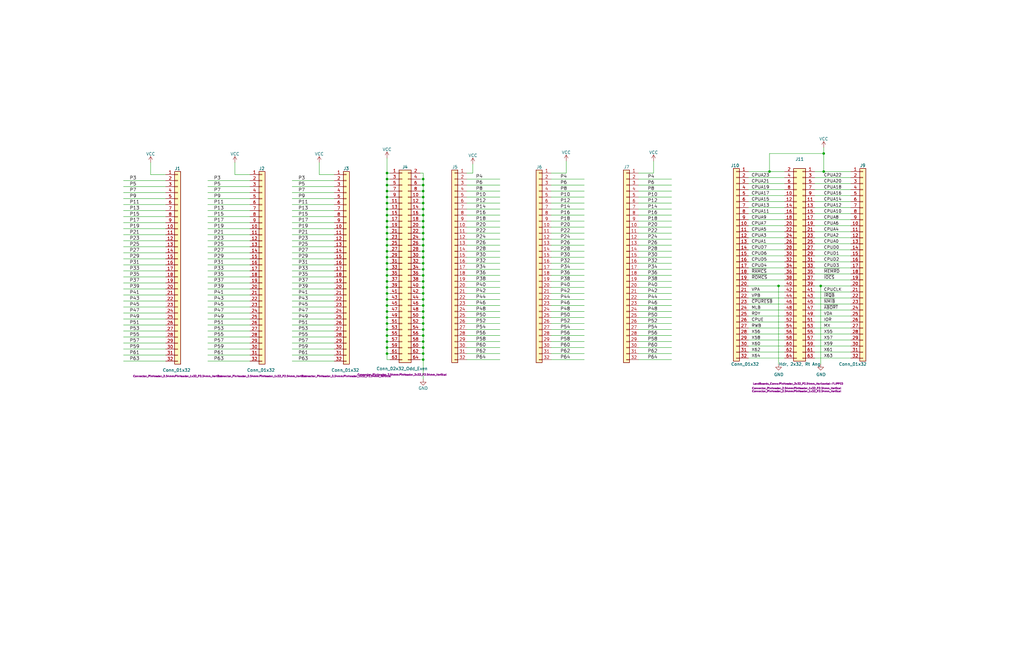
<source format=kicad_sch>
(kicad_sch (version 20230121) (generator eeschema)
  (paper "B")
  (title_block (title "ITX-65C816") (date "2022-08-30") (company "land-boards.com") (comment 1 "65C816 CPU CARD"))
  (lib_symbols
    (symbol "Connector_Generic:Conn_01x32" (pin_names (offset 1.016) hide)
      (property "Reference" "J" (at 0 40.64 0))
      (property "Value" "Conn_01x32" (at 0 -43.18 0))
      (symbol "Conn_01x32_1_1"
        (pin passive line (at -5.08 38.1 0) (length 3.81) (name "Pin_1") (number "1"))
        (pin passive line (at -5.08 15.24 0) (length 3.81) (name "Pin_10") (number "10"))
        (pin passive line (at -5.08 12.7 0) (length 3.81) (name "Pin_11") (number "11"))
        (pin passive line (at -5.08 10.16 0) (length 3.81) (name "Pin_12") (number "12"))
        (pin passive line (at -5.08 7.62 0) (length 3.81) (name "Pin_13") (number "13"))
        (pin passive line (at -5.08 5.08 0) (length 3.81) (name "Pin_14") (number "14"))
        (pin passive line (at -5.08 2.54 0) (length 3.81) (name "Pin_15") (number "15"))
        (pin passive line (at -5.08 0 0) (length 3.81) (name "Pin_16") (number "16"))
        (pin passive line (at -5.08 -2.54 0) (length 3.81) (name "Pin_17") (number "17"))
        (pin passive line (at -5.08 -5.08 0) (length 3.81) (name "Pin_18") (number "18"))
        (pin passive line (at -5.08 -7.62 0) (length 3.81) (name "Pin_19") (number "19"))
        (pin passive line (at -5.08 35.56 0) (length 3.81) (name "Pin_2") (number "2"))
        (pin passive line (at -5.08 -10.16 0) (length 3.81) (name "Pin_20") (number "20"))
        (pin passive line (at -5.08 -12.7 0) (length 3.81) (name "Pin_21") (number "21"))
        (pin passive line (at -5.08 -15.24 0) (length 3.81) (name "Pin_22") (number "22"))
        (pin passive line (at -5.08 -17.78 0) (length 3.81) (name "Pin_23") (number "23"))
        (pin passive line (at -5.08 -20.32 0) (length 3.81) (name "Pin_24") (number "24"))
        (pin passive line (at -5.08 -22.86 0) (length 3.81) (name "Pin_25") (number "25"))
        (pin passive line (at -5.08 -25.4 0) (length 3.81) (name "Pin_26") (number "26"))
        (pin passive line (at -5.08 -27.94 0) (length 3.81) (name "Pin_27") (number "27"))
        (pin passive line (at -5.08 -30.48 0) (length 3.81) (name "Pin_28") (number "28"))
        (pin passive line (at -5.08 -33.02 0) (length 3.81) (name "Pin_29") (number "29"))
        (pin passive line (at -5.08 33.02 0) (length 3.81) (name "Pin_3") (number "3"))
        (pin passive line (at -5.08 -35.56 0) (length 3.81) (name "Pin_30") (number "30"))
        (pin passive line (at -5.08 -38.1 0) (length 3.81) (name "Pin_31") (number "31"))
        (pin passive line (at -5.08 -40.64 0) (length 3.81) (name "Pin_32") (number "32"))
        (pin passive line (at -5.08 30.48 0) (length 3.81) (name "Pin_4") (number "4"))
        (pin passive line (at -5.08 27.94 0) (length 3.81) (name "Pin_5") (number "5"))
        (pin passive line (at -5.08 25.4 0) (length 3.81) (name "Pin_6") (number "6"))
        (pin passive line (at -5.08 22.86 0) (length 3.81) (name "Pin_7") (number "7"))
        (pin passive line (at -5.08 20.32 0) (length 3.81) (name "Pin_8") (number "8"))
        (pin passive line (at -5.08 17.78 0) (length 3.81) (name "Pin_9") (number "9"))
      )
    )
    (symbol "Connector_Generic:Conn_02x32_Odd_Even" (pin_names (offset 1.016) hide)
      (property "Reference" "J" (at 1.27 40.64 0))
      (property "Value" "Conn_02x32_Odd_Even" (at 1.27 -43.18 0))
      (symbol "Conn_02x32_Odd_Even_1_1"
        (pin passive line (at -5.08 38.1 0) (length 3.81) (name "Pin_1") (number "1"))
        (pin passive line (at 7.62 27.94 180) (length 3.81) (name "Pin_10") (number "10"))
        (pin passive line (at -5.08 25.4 0) (length 3.81) (name "Pin_11") (number "11"))
        (pin passive line (at 7.62 25.4 180) (length 3.81) (name "Pin_12") (number "12"))
        (pin passive line (at -5.08 22.86 0) (length 3.81) (name "Pin_13") (number "13"))
        (pin passive line (at 7.62 22.86 180) (length 3.81) (name "Pin_14") (number "14"))
        (pin passive line (at -5.08 20.32 0) (length 3.81) (name "Pin_15") (number "15"))
        (pin passive line (at 7.62 20.32 180) (length 3.81) (name "Pin_16") (number "16"))
        (pin passive line (at -5.08 17.78 0) (length 3.81) (name "Pin_17") (number "17"))
        (pin passive line (at 7.62 17.78 180) (length 3.81) (name "Pin_18") (number "18"))
        (pin passive line (at -5.08 15.24 0) (length 3.81) (name "Pin_19") (number "19"))
        (pin passive line (at 7.62 38.1 180) (length 3.81) (name "Pin_2") (number "2"))
        (pin passive line (at 7.62 15.24 180) (length 3.81) (name "Pin_20") (number "20"))
        (pin passive line (at -5.08 12.7 0) (length 3.81) (name "Pin_21") (number "21"))
        (pin passive line (at 7.62 12.7 180) (length 3.81) (name "Pin_22") (number "22"))
        (pin passive line (at -5.08 10.16 0) (length 3.81) (name "Pin_23") (number "23"))
        (pin passive line (at 7.62 10.16 180) (length 3.81) (name "Pin_24") (number "24"))
        (pin passive line (at -5.08 7.62 0) (length 3.81) (name "Pin_25") (number "25"))
        (pin passive line (at 7.62 7.62 180) (length 3.81) (name "Pin_26") (number "26"))
        (pin passive line (at -5.08 5.08 0) (length 3.81) (name "Pin_27") (number "27"))
        (pin passive line (at 7.62 5.08 180) (length 3.81) (name "Pin_28") (number "28"))
        (pin passive line (at -5.08 2.54 0) (length 3.81) (name "Pin_29") (number "29"))
        (pin passive line (at -5.08 35.56 0) (length 3.81) (name "Pin_3") (number "3"))
        (pin passive line (at 7.62 2.54 180) (length 3.81) (name "Pin_30") (number "30"))
        (pin passive line (at -5.08 0 0) (length 3.81) (name "Pin_31") (number "31"))
        (pin passive line (at 7.62 0 180) (length 3.81) (name "Pin_32") (number "32"))
        (pin passive line (at -5.08 -2.54 0) (length 3.81) (name "Pin_33") (number "33"))
        (pin passive line (at 7.62 -2.54 180) (length 3.81) (name "Pin_34") (number "34"))
        (pin passive line (at -5.08 -5.08 0) (length 3.81) (name "Pin_35") (number "35"))
        (pin passive line (at 7.62 -5.08 180) (length 3.81) (name "Pin_36") (number "36"))
        (pin passive line (at -5.08 -7.62 0) (length 3.81) (name "Pin_37") (number "37"))
        (pin passive line (at 7.62 -7.62 180) (length 3.81) (name "Pin_38") (number "38"))
        (pin passive line (at -5.08 -10.16 0) (length 3.81) (name "Pin_39") (number "39"))
        (pin passive line (at 7.62 35.56 180) (length 3.81) (name "Pin_4") (number "4"))
        (pin passive line (at 7.62 -10.16 180) (length 3.81) (name "Pin_40") (number "40"))
        (pin passive line (at -5.08 -12.7 0) (length 3.81) (name "Pin_41") (number "41"))
        (pin passive line (at 7.62 -12.7 180) (length 3.81) (name "Pin_42") (number "42"))
        (pin passive line (at -5.08 -15.24 0) (length 3.81) (name "Pin_43") (number "43"))
        (pin passive line (at 7.62 -15.24 180) (length 3.81) (name "Pin_44") (number "44"))
        (pin passive line (at -5.08 -17.78 0) (length 3.81) (name "Pin_45") (number "45"))
        (pin passive line (at 7.62 -17.78 180) (length 3.81) (name "Pin_46") (number "46"))
        (pin passive line (at -5.08 -20.32 0) (length 3.81) (name "Pin_47") (number "47"))
        (pin passive line (at 7.62 -20.32 180) (length 3.81) (name "Pin_48") (number "48"))
        (pin passive line (at -5.08 -22.86 0) (length 3.81) (name "Pin_49") (number "49"))
        (pin passive line (at -5.08 33.02 0) (length 3.81) (name "Pin_5") (number "5"))
        (pin passive line (at 7.62 -22.86 180) (length 3.81) (name "Pin_50") (number "50"))
        (pin passive line (at -5.08 -25.4 0) (length 3.81) (name "Pin_51") (number "51"))
        (pin passive line (at 7.62 -25.4 180) (length 3.81) (name "Pin_52") (number "52"))
        (pin passive line (at -5.08 -27.94 0) (length 3.81) (name "Pin_53") (number "53"))
        (pin passive line (at 7.62 -27.94 180) (length 3.81) (name "Pin_54") (number "54"))
        (pin passive line (at -5.08 -30.48 0) (length 3.81) (name "Pin_55") (number "55"))
        (pin passive line (at 7.62 -30.48 180) (length 3.81) (name "Pin_56") (number "56"))
        (pin passive line (at -5.08 -33.02 0) (length 3.81) (name "Pin_57") (number "57"))
        (pin passive line (at 7.62 -33.02 180) (length 3.81) (name "Pin_58") (number "58"))
        (pin passive line (at -5.08 -35.56 0) (length 3.81) (name "Pin_59") (number "59"))
        (pin passive line (at 7.62 33.02 180) (length 3.81) (name "Pin_6") (number "6"))
        (pin passive line (at 7.62 -35.56 180) (length 3.81) (name "Pin_60") (number "60"))
        (pin passive line (at -5.08 -38.1 0) (length 3.81) (name "Pin_61") (number "61"))
        (pin passive line (at 7.62 -38.1 180) (length 3.81) (name "Pin_62") (number "62"))
        (pin passive line (at -5.08 -40.64 0) (length 3.81) (name "Pin_63") (number "63"))
        (pin passive line (at 7.62 -40.64 180) (length 3.81) (name "Pin_64") (number "64"))
        (pin passive line (at -5.08 30.48 0) (length 3.81) (name "Pin_7") (number "7"))
        (pin passive line (at 7.62 30.48 180) (length 3.81) (name "Pin_8") (number "8"))
        (pin passive line (at -5.08 27.94 0) (length 3.81) (name "Pin_9") (number "9"))
      )
    )
    (symbol "power:GND" (power) (pin_names (offset 0))
      (property "Value" "GND" (at 0 -3.81 0))
      (symbol "GND_1_1"
        (pin power_in line (at 0 0 270) (length 0) hide (name "GND") (number "1"))
      )
    )
    (symbol "power:VCC" (power) (pin_names (offset 0))
      (property "Value" "VCC" (at 0 3.81 0))
      (symbol "VCC_1_1"
        (pin power_in line (at 0 0 90) (length 0) hide (name "VCC") (number "1"))
      )
    )
  )
  (junction (at 163.195 141.605))
  (junction (at 328.295 120.65))
  (junction (at 163.195 149.225))
  (junction (at 163.195 121.285))
  (junction (at 178.435 90.805))
  (junction (at 163.195 136.525))
  (junction (at 178.435 128.905))
  (junction (at 178.435 103.505))
  (junction (at 163.195 83.185))
  (junction (at 178.435 95.885))
  (junction (at 163.195 144.145))
  (junction (at 163.195 106.045))
  (junction (at 178.435 133.985))
  (junction (at 163.195 80.645))
  (junction (at 163.195 75.565))
  (junction (at 163.195 126.365))
  (junction (at 163.195 139.065))
  (junction (at 163.195 98.425))
  (junction (at 163.195 128.905))
  (junction (at 163.195 111.125))
  (junction (at 163.195 116.205))
  (junction (at 163.195 100.965))
  (junction (at 178.435 85.725))
  (junction (at 178.435 131.445))
  (junction (at 163.195 85.725))
  (junction (at 178.435 139.065))
  (junction (at 163.195 108.585))
  (junction (at 178.435 123.825))
  (junction (at 178.435 149.225))
  (junction (at 178.435 100.965))
  (junction (at 163.195 113.665))
  (junction (at 346.075 120.65))
  (junction (at 163.195 103.505))
  (junction (at 178.435 98.425))
  (junction (at 178.435 78.105))
  (junction (at 178.435 93.345))
  (junction (at 178.435 111.125))
  (junction (at 178.435 121.285))
  (junction (at 178.435 118.745))
  (junction (at 178.435 106.045))
  (junction (at 178.435 113.665))
  (junction (at 163.195 95.885))
  (junction (at 178.435 116.205))
  (junction (at 178.435 126.365))
  (junction (at 347.345 64.77))
  (junction (at 163.195 133.985))
  (junction (at 178.435 141.605))
  (junction (at 163.195 131.445))
  (junction (at 163.195 88.265))
  (junction (at 178.435 151.765))
  (junction (at 163.195 93.345))
  (junction (at 178.435 146.685))
  (junction (at 178.435 144.145))
  (junction (at 163.195 118.745))
  (junction (at 163.195 90.805))
  (junction (at 178.435 83.185))
  (junction (at 163.195 123.825))
  (junction (at 163.195 146.685))
  (junction (at 178.435 136.525))
  (junction (at 347.345 72.39))
  (junction (at 163.195 78.105))
  (junction (at 178.435 88.265))
  (junction (at 178.435 75.565))
  (junction (at 178.435 80.645))
  (junction (at 178.435 108.585))
  (junction (at 163.195 73.025))
  (junction (at 324.485 72.39))
  (wire (pts (xy 315.595 107.95) (xy 330.835 107.95)))
  (wire (pts (xy 123.19 91.44) (xy 140.97 91.44)))
  (wire (pts (xy 283.21 113.665) (xy 269.24 113.665)))
  (wire (pts (xy 178.435 146.685) (xy 178.435 149.225)))
  (wire (pts (xy 343.535 135.89) (xy 358.775 135.89)))
  (wire (pts (xy 134.62 73.66) (xy 134.62 68.58)))
  (wire (pts (xy 177.165 123.825) (xy 178.435 123.825)))
  (wire (pts (xy 178.435 80.645) (xy 178.435 83.185)))
  (wire (pts (xy 163.195 146.685) (xy 163.195 149.225)))
  (wire (pts (xy 178.435 98.425) (xy 178.435 100.965)))
  (wire (pts (xy 246.38 139.065) (xy 232.41 139.065)))
  (wire (pts (xy 177.165 85.725) (xy 178.435 85.725)))
  (wire (pts (xy 315.595 97.79) (xy 330.835 97.79)))
  (wire (pts (xy 140.97 101.6) (xy 123.19 101.6)))
  (wire (pts (xy 87.63 81.28) (xy 105.41 81.28)))
  (wire (pts (xy 63.5 68.58) (xy 63.5 73.66)))
  (wire (pts (xy 140.97 121.92) (xy 123.19 121.92)))
  (wire (pts (xy 210.82 141.605) (xy 196.85 141.605)))
  (wire (pts (xy 87.63 76.2) (xy 105.41 76.2)))
  (wire (pts (xy 69.85 109.22) (xy 52.07 109.22)))
  (wire (pts (xy 210.82 139.065) (xy 196.85 139.065)))
  (wire (pts (xy 232.41 78.105) (xy 246.38 78.105)))
  (wire (pts (xy 343.535 80.01) (xy 358.775 80.01)))
  (wire (pts (xy 105.41 149.86) (xy 87.63 149.86)))
  (wire (pts (xy 105.41 121.92) (xy 87.63 121.92)))
  (wire (pts (xy 140.97 134.62) (xy 123.19 134.62)))
  (wire (pts (xy 210.82 116.205) (xy 196.85 116.205)))
  (wire (pts (xy 343.535 120.65) (xy 346.075 120.65)))
  (wire (pts (xy 123.19 86.36) (xy 140.97 86.36)))
  (wire (pts (xy 105.41 134.62) (xy 87.63 134.62)))
  (wire (pts (xy 63.5 73.66) (xy 69.85 73.66)))
  (wire (pts (xy 163.195 118.745) (xy 164.465 118.745)))
  (wire (pts (xy 163.195 141.605) (xy 164.465 141.605)))
  (wire (pts (xy 315.595 92.71) (xy 330.835 92.71)))
  (wire (pts (xy 196.85 80.645) (xy 210.82 80.645)))
  (wire (pts (xy 315.595 95.25) (xy 330.835 95.25)))
  (wire (pts (xy 269.24 90.805) (xy 283.21 90.805)))
  (wire (pts (xy 163.195 100.965) (xy 164.465 100.965)))
  (wire (pts (xy 178.435 128.905) (xy 178.435 131.445)))
  (wire (pts (xy 178.435 151.765) (xy 178.435 160.02)))
  (wire (pts (xy 315.595 128.27) (xy 330.835 128.27)))
  (wire (pts (xy 178.435 131.445) (xy 178.435 133.985)))
  (wire (pts (xy 283.21 118.745) (xy 269.24 118.745)))
  (wire (pts (xy 178.435 141.605) (xy 178.435 144.145)))
  (wire (pts (xy 163.195 83.185) (xy 164.465 83.185)))
  (wire (pts (xy 140.97 149.86) (xy 123.19 149.86)))
  (wire (pts (xy 283.21 146.685) (xy 269.24 146.685)))
  (wire (pts (xy 343.535 97.79) (xy 358.775 97.79)))
  (wire (pts (xy 163.195 108.585) (xy 163.195 111.125)))
  (wire (pts (xy 246.38 126.365) (xy 232.41 126.365)))
  (wire (pts (xy 163.195 123.825) (xy 164.465 123.825)))
  (wire (pts (xy 246.38 128.905) (xy 232.41 128.905)))
  (wire (pts (xy 123.19 81.28) (xy 140.97 81.28)))
  (wire (pts (xy 69.85 149.86) (xy 52.07 149.86)))
  (wire (pts (xy 163.195 139.065) (xy 163.195 141.605)))
  (wire (pts (xy 105.41 147.32) (xy 87.63 147.32)))
  (wire (pts (xy 163.195 144.145) (xy 164.465 144.145)))
  (wire (pts (xy 69.85 119.38) (xy 52.07 119.38)))
  (wire (pts (xy 343.535 148.59) (xy 358.775 148.59)))
  (wire (pts (xy 315.595 82.55) (xy 330.835 82.55)))
  (wire (pts (xy 163.195 111.125) (xy 163.195 113.665)))
  (wire (pts (xy 163.195 66.675) (xy 163.195 73.025)))
  (wire (pts (xy 210.82 144.145) (xy 196.85 144.145)))
  (wire (pts (xy 232.41 83.185) (xy 246.38 83.185)))
  (wire (pts (xy 315.595 130.81) (xy 330.835 130.81)))
  (wire (pts (xy 140.97 132.08) (xy 123.19 132.08)))
  (wire (pts (xy 163.195 73.025) (xy 164.465 73.025)))
  (wire (pts (xy 177.165 151.765) (xy 178.435 151.765)))
  (wire (pts (xy 177.165 80.645) (xy 178.435 80.645)))
  (wire (pts (xy 283.21 123.825) (xy 269.24 123.825)))
  (wire (pts (xy 210.82 98.425) (xy 196.85 98.425)))
  (wire (pts (xy 343.535 90.17) (xy 358.775 90.17)))
  (wire (pts (xy 196.85 73.025) (xy 199.39 73.025)))
  (wire (pts (xy 178.435 75.565) (xy 178.435 78.105)))
  (wire (pts (xy 178.435 103.505) (xy 178.435 106.045)))
  (wire (pts (xy 246.38 123.825) (xy 232.41 123.825)))
  (wire (pts (xy 163.195 123.825) (xy 163.195 126.365)))
  (wire (pts (xy 343.535 118.11) (xy 358.775 118.11)))
  (wire (pts (xy 347.345 72.39) (xy 358.775 72.39)))
  (wire (pts (xy 178.435 126.365) (xy 178.435 128.905)))
  (wire (pts (xy 343.535 105.41) (xy 358.775 105.41)))
  (wire (pts (xy 210.82 136.525) (xy 196.85 136.525)))
  (wire (pts (xy 199.39 73.025) (xy 199.39 69.215)))
  (wire (pts (xy 52.07 76.2) (xy 69.85 76.2)))
  (wire (pts (xy 123.19 88.9) (xy 140.97 88.9)))
  (wire (pts (xy 87.63 86.36) (xy 105.41 86.36)))
  (wire (pts (xy 99.06 73.66) (xy 99.06 68.58)))
  (wire (pts (xy 140.97 111.76) (xy 123.19 111.76)))
  (wire (pts (xy 177.165 139.065) (xy 178.435 139.065)))
  (wire (pts (xy 315.595 135.89) (xy 330.835 135.89)))
  (wire (pts (xy 163.195 73.025) (xy 163.195 75.565)))
  (wire (pts (xy 178.435 133.985) (xy 178.435 136.525)))
  (wire (pts (xy 163.195 98.425) (xy 164.465 98.425)))
  (wire (pts (xy 269.24 80.645) (xy 283.21 80.645)))
  (wire (pts (xy 315.595 123.19) (xy 330.835 123.19)))
  (wire (pts (xy 246.38 100.965) (xy 232.41 100.965)))
  (wire (pts (xy 315.595 125.73) (xy 330.835 125.73)))
  (wire (pts (xy 140.97 127) (xy 123.19 127)))
  (wire (pts (xy 163.195 88.265) (xy 163.195 90.805)))
  (wire (pts (xy 177.165 83.185) (xy 178.435 83.185)))
  (wire (pts (xy 232.41 73.025) (xy 238.76 73.025)))
  (wire (pts (xy 196.85 75.565) (xy 210.82 75.565)))
  (wire (pts (xy 163.195 113.665) (xy 163.195 116.205)))
  (wire (pts (xy 163.195 85.725) (xy 163.195 88.265)))
  (wire (pts (xy 163.195 151.765) (xy 164.465 151.765)))
  (wire (pts (xy 343.535 128.27) (xy 358.775 128.27)))
  (wire (pts (xy 246.38 106.045) (xy 232.41 106.045)))
  (wire (pts (xy 232.41 80.645) (xy 246.38 80.645)))
  (wire (pts (xy 196.85 88.265) (xy 210.82 88.265)))
  (wire (pts (xy 105.41 139.7) (xy 87.63 139.7)))
  (wire (pts (xy 315.595 90.17) (xy 330.835 90.17)))
  (wire (pts (xy 178.435 116.205) (xy 178.435 118.745)))
  (wire (pts (xy 343.535 85.09) (xy 358.775 85.09)))
  (wire (pts (xy 163.195 126.365) (xy 163.195 128.905)))
  (wire (pts (xy 52.07 93.98) (xy 69.85 93.98)))
  (wire (pts (xy 232.41 88.265) (xy 246.38 88.265)))
  (wire (pts (xy 140.97 109.22) (xy 123.19 109.22)))
  (wire (pts (xy 163.195 88.265) (xy 164.465 88.265)))
  (wire (pts (xy 269.24 73.025) (xy 275.59 73.025)))
  (wire (pts (xy 140.97 137.16) (xy 123.19 137.16)))
  (wire (pts (xy 343.535 146.05) (xy 358.775 146.05)))
  (wire (pts (xy 232.41 95.885) (xy 246.38 95.885)))
  (wire (pts (xy 123.19 78.74) (xy 140.97 78.74)))
  (wire (pts (xy 177.165 121.285) (xy 178.435 121.285)))
  (wire (pts (xy 178.435 73.025) (xy 178.435 75.565)))
  (wire (pts (xy 163.195 103.505) (xy 164.465 103.505)))
  (wire (pts (xy 69.85 142.24) (xy 52.07 142.24)))
  (wire (pts (xy 283.21 111.125) (xy 269.24 111.125)))
  (wire (pts (xy 246.38 136.525) (xy 232.41 136.525)))
  (wire (pts (xy 163.195 121.285) (xy 164.465 121.285)))
  (wire (pts (xy 87.63 88.9) (xy 105.41 88.9)))
  (wire (pts (xy 69.85 106.68) (xy 52.07 106.68)))
  (wire (pts (xy 269.24 88.265) (xy 283.21 88.265)))
  (wire (pts (xy 123.19 96.52) (xy 140.97 96.52)))
  (wire (pts (xy 177.165 136.525) (xy 178.435 136.525)))
  (wire (pts (xy 246.38 149.225) (xy 232.41 149.225)))
  (wire (pts (xy 343.535 130.81) (xy 358.775 130.81)))
  (wire (pts (xy 246.38 108.585) (xy 232.41 108.585)))
  (wire (pts (xy 315.595 133.35) (xy 330.835 133.35)))
  (wire (pts (xy 140.97 116.84) (xy 123.19 116.84)))
  (wire (pts (xy 163.195 121.285) (xy 163.195 123.825)))
  (wire (pts (xy 283.21 121.285) (xy 269.24 121.285)))
  (wire (pts (xy 178.435 149.225) (xy 178.435 151.765)))
  (wire (pts (xy 210.82 103.505) (xy 196.85 103.505)))
  (wire (pts (xy 163.195 118.745) (xy 163.195 121.285)))
  (wire (pts (xy 163.195 149.225) (xy 163.195 151.765)))
  (wire (pts (xy 315.595 113.03) (xy 330.835 113.03)))
  (wire (pts (xy 315.595 140.97) (xy 330.835 140.97)))
  (wire (pts (xy 163.195 113.665) (xy 164.465 113.665)))
  (wire (pts (xy 140.97 147.32) (xy 123.19 147.32)))
  (wire (pts (xy 324.485 64.77) (xy 324.485 72.39)))
  (wire (pts (xy 52.07 78.74) (xy 69.85 78.74)))
  (wire (pts (xy 163.195 95.885) (xy 163.195 98.425)))
  (wire (pts (xy 283.21 128.905) (xy 269.24 128.905)))
  (wire (pts (xy 178.435 95.885) (xy 178.435 98.425)))
  (wire (pts (xy 343.535 143.51) (xy 358.775 143.51)))
  (wire (pts (xy 210.82 121.285) (xy 196.85 121.285)))
  (wire (pts (xy 232.41 93.345) (xy 246.38 93.345)))
  (wire (pts (xy 105.41 127) (xy 87.63 127)))
  (wire (pts (xy 210.82 111.125) (xy 196.85 111.125)))
  (wire (pts (xy 177.165 113.665) (xy 178.435 113.665)))
  (wire (pts (xy 163.195 98.425) (xy 163.195 100.965)))
  (wire (pts (xy 87.63 93.98) (xy 105.41 93.98)))
  (wire (pts (xy 283.21 126.365) (xy 269.24 126.365)))
  (wire (pts (xy 163.195 116.205) (xy 164.465 116.205)))
  (wire (pts (xy 163.195 131.445) (xy 164.465 131.445)))
  (wire (pts (xy 105.41 129.54) (xy 87.63 129.54)))
  (wire (pts (xy 178.435 136.525) (xy 178.435 139.065)))
  (wire (pts (xy 196.85 83.185) (xy 210.82 83.185)))
  (wire (pts (xy 283.21 108.585) (xy 269.24 108.585)))
  (wire (pts (xy 177.165 93.345) (xy 178.435 93.345)))
  (wire (pts (xy 283.21 139.065) (xy 269.24 139.065)))
  (wire (pts (xy 315.595 120.65) (xy 328.295 120.65)))
  (wire (pts (xy 163.195 80.645) (xy 163.195 83.185)))
  (wire (pts (xy 283.21 141.605) (xy 269.24 141.605)))
  (wire (pts (xy 177.165 144.145) (xy 178.435 144.145)))
  (wire (pts (xy 105.41 106.68) (xy 87.63 106.68)))
  (wire (pts (xy 163.195 78.105) (xy 164.465 78.105)))
  (wire (pts (xy 163.195 75.565) (xy 164.465 75.565)))
  (wire (pts (xy 163.195 146.685) (xy 164.465 146.685)))
  (wire (pts (xy 343.535 82.55) (xy 358.775 82.55)))
  (wire (pts (xy 269.24 95.885) (xy 283.21 95.885)))
  (wire (pts (xy 69.85 147.32) (xy 52.07 147.32)))
  (wire (pts (xy 343.535 138.43) (xy 358.775 138.43)))
  (wire (pts (xy 178.435 118.745) (xy 178.435 121.285)))
  (wire (pts (xy 343.535 92.71) (xy 358.775 92.71)))
  (wire (pts (xy 178.435 78.105) (xy 178.435 80.645)))
  (wire (pts (xy 328.295 120.65) (xy 328.295 153.67)))
  (wire (pts (xy 347.345 64.77) (xy 324.485 64.77)))
  (wire (pts (xy 105.41 104.14) (xy 87.63 104.14)))
  (wire (pts (xy 163.195 136.525) (xy 163.195 139.065)))
  (wire (pts (xy 140.97 99.06) (xy 123.19 99.06)))
  (wire (pts (xy 69.85 111.76) (xy 52.07 111.76)))
  (wire (pts (xy 177.165 146.685) (xy 178.435 146.685)))
  (wire (pts (xy 123.19 83.82) (xy 140.97 83.82)))
  (wire (pts (xy 69.85 124.46) (xy 52.07 124.46)))
  (wire (pts (xy 87.63 78.74) (xy 105.41 78.74)))
  (wire (pts (xy 105.41 101.6) (xy 87.63 101.6)))
  (wire (pts (xy 177.165 73.025) (xy 178.435 73.025)))
  (wire (pts (xy 163.195 90.805) (xy 164.465 90.805)))
  (wire (pts (xy 346.075 120.65) (xy 358.775 120.65)))
  (wire (pts (xy 177.165 131.445) (xy 178.435 131.445)))
  (wire (pts (xy 315.595 115.57) (xy 330.835 115.57)))
  (wire (pts (xy 315.595 118.11) (xy 330.835 118.11)))
  (wire (pts (xy 163.195 106.045) (xy 163.195 108.585)))
  (wire (pts (xy 283.21 116.205) (xy 269.24 116.205)))
  (wire (pts (xy 210.82 149.225) (xy 196.85 149.225)))
  (wire (pts (xy 315.595 138.43) (xy 330.835 138.43)))
  (wire (pts (xy 275.59 73.025) (xy 275.59 67.945)))
  (wire (pts (xy 52.07 88.9) (xy 69.85 88.9)))
  (wire (pts (xy 140.97 106.68) (xy 123.19 106.68)))
  (wire (pts (xy 210.82 108.585) (xy 196.85 108.585)))
  (wire (pts (xy 163.195 128.905) (xy 164.465 128.905)))
  (wire (pts (xy 177.165 78.105) (xy 178.435 78.105)))
  (wire (pts (xy 283.21 131.445) (xy 269.24 131.445)))
  (wire (pts (xy 283.21 149.225) (xy 269.24 149.225)))
  (wire (pts (xy 196.85 90.805) (xy 210.82 90.805)))
  (wire (pts (xy 246.38 144.145) (xy 232.41 144.145)))
  (wire (pts (xy 163.195 83.185) (xy 163.195 85.725)))
  (wire (pts (xy 105.41 152.4) (xy 87.63 152.4)))
  (wire (pts (xy 163.195 131.445) (xy 163.195 133.985)))
  (wire (pts (xy 315.595 85.09) (xy 330.835 85.09)))
  (wire (pts (xy 315.595 72.39) (xy 324.485 72.39)))
  (wire (pts (xy 210.82 146.685) (xy 196.85 146.685)))
  (wire (pts (xy 343.535 140.97) (xy 358.775 140.97)))
  (wire (pts (xy 163.195 139.065) (xy 164.465 139.065)))
  (wire (pts (xy 163.195 90.805) (xy 163.195 93.345)))
  (wire (pts (xy 163.195 93.345) (xy 164.465 93.345)))
  (wire (pts (xy 283.21 136.525) (xy 269.24 136.525)))
  (wire (pts (xy 177.165 128.905) (xy 178.435 128.905)))
  (wire (pts (xy 87.63 83.82) (xy 105.41 83.82)))
  (wire (pts (xy 210.82 106.045) (xy 196.85 106.045)))
  (wire (pts (xy 315.595 87.63) (xy 330.835 87.63)))
  (wire (pts (xy 177.165 100.965) (xy 178.435 100.965)))
  (wire (pts (xy 315.595 151.13) (xy 330.835 151.13)))
  (wire (pts (xy 343.535 151.13) (xy 358.775 151.13)))
  (wire (pts (xy 177.165 106.045) (xy 178.435 106.045)))
  (wire (pts (xy 315.595 146.05) (xy 330.835 146.05)))
  (wire (pts (xy 283.21 106.045) (xy 269.24 106.045)))
  (wire (pts (xy 178.435 100.965) (xy 178.435 103.505)))
  (wire (pts (xy 163.195 103.505) (xy 163.195 106.045)))
  (wire (pts (xy 210.82 100.965) (xy 196.85 100.965)))
  (wire (pts (xy 52.07 96.52) (xy 69.85 96.52)))
  (wire (pts (xy 177.165 103.505) (xy 178.435 103.505)))
  (wire (pts (xy 343.535 110.49) (xy 358.775 110.49)))
  (wire (pts (xy 163.195 85.725) (xy 164.465 85.725)))
  (wire (pts (xy 163.195 141.605) (xy 163.195 144.145)))
  (wire (pts (xy 140.97 144.78) (xy 123.19 144.78)))
  (wire (pts (xy 140.97 139.7) (xy 123.19 139.7)))
  (wire (pts (xy 283.21 133.985) (xy 269.24 133.985)))
  (wire (pts (xy 343.535 107.95) (xy 358.775 107.95)))
  (wire (pts (xy 163.195 128.905) (xy 163.195 131.445)))
  (wire (pts (xy 105.41 132.08) (xy 87.63 132.08)))
  (wire (pts (xy 178.435 90.805) (xy 178.435 93.345)))
  (wire (pts (xy 163.195 133.985) (xy 163.195 136.525)))
  (wire (pts (xy 178.435 108.585) (xy 178.435 111.125)))
  (wire (pts (xy 178.435 83.185) (xy 178.435 85.725)))
  (wire (pts (xy 283.21 144.145) (xy 269.24 144.145)))
  (wire (pts (xy 52.07 86.36) (xy 69.85 86.36)))
  (wire (pts (xy 328.295 120.65) (xy 330.835 120.65)))
  (wire (pts (xy 177.165 98.425) (xy 178.435 98.425)))
  (wire (pts (xy 105.41 119.38) (xy 87.63 119.38)))
  (wire (pts (xy 315.595 105.41) (xy 330.835 105.41)))
  (wire (pts (xy 178.435 121.285) (xy 178.435 123.825)))
  (wire (pts (xy 177.165 149.225) (xy 178.435 149.225)))
  (wire (pts (xy 315.595 102.87) (xy 330.835 102.87)))
  (wire (pts (xy 343.535 72.39) (xy 347.345 72.39)))
  (wire (pts (xy 177.165 108.585) (xy 178.435 108.585)))
  (wire (pts (xy 178.435 144.145) (xy 178.435 146.685)))
  (wire (pts (xy 177.165 111.125) (xy 178.435 111.125)))
  (wire (pts (xy 196.85 78.105) (xy 210.82 78.105)))
  (wire (pts (xy 69.85 99.06) (xy 52.07 99.06)))
  (wire (pts (xy 123.19 76.2) (xy 140.97 76.2)))
  (wire (pts (xy 163.195 93.345) (xy 163.195 95.885)))
  (wire (pts (xy 269.24 78.105) (xy 283.21 78.105)))
  (wire (pts (xy 196.85 93.345) (xy 210.82 93.345)))
  (wire (pts (xy 177.165 133.985) (xy 178.435 133.985)))
  (wire (pts (xy 140.97 73.66) (xy 134.62 73.66)))
  (wire (pts (xy 105.41 111.76) (xy 87.63 111.76)))
  (wire (pts (xy 177.165 118.745) (xy 178.435 118.745)))
  (wire (pts (xy 238.76 67.945) (xy 238.76 73.025)))
  (wire (pts (xy 343.535 113.03) (xy 358.775 113.03)))
  (wire (pts (xy 163.195 136.525) (xy 164.465 136.525)))
  (wire (pts (xy 69.85 121.92) (xy 52.07 121.92)))
  (wire (pts (xy 210.82 118.745) (xy 196.85 118.745)))
  (wire (pts (xy 69.85 137.16) (xy 52.07 137.16)))
  (wire (pts (xy 178.435 85.725) (xy 178.435 88.265)))
  (wire (pts (xy 163.195 106.045) (xy 164.465 106.045)))
  (wire (pts (xy 283.21 100.965) (xy 269.24 100.965)))
  (wire (pts (xy 210.82 123.825) (xy 196.85 123.825)))
  (wire (pts (xy 140.97 114.3) (xy 123.19 114.3)))
  (wire (pts (xy 343.535 123.19) (xy 358.775 123.19)))
  (wire (pts (xy 52.07 81.28) (xy 69.85 81.28)))
  (wire (pts (xy 105.41 116.84) (xy 87.63 116.84)))
  (wire (pts (xy 246.38 111.125) (xy 232.41 111.125)))
  (wire (pts (xy 177.165 141.605) (xy 178.435 141.605)))
  (wire (pts (xy 163.195 95.885) (xy 164.465 95.885)))
  (wire (pts (xy 52.07 91.44) (xy 69.85 91.44)))
  (wire (pts (xy 269.24 93.345) (xy 283.21 93.345)))
  (wire (pts (xy 347.345 72.39) (xy 347.345 64.77)))
  (wire (pts (xy 210.82 151.765) (xy 196.85 151.765)))
  (wire (pts (xy 324.485 72.39) (xy 330.835 72.39)))
  (wire (pts (xy 163.195 133.985) (xy 164.465 133.985)))
  (wire (pts (xy 343.535 100.33) (xy 358.775 100.33)))
  (wire (pts (xy 140.97 152.4) (xy 123.19 152.4)))
  (wire (pts (xy 87.63 91.44) (xy 105.41 91.44)))
  (wire (pts (xy 343.535 77.47) (xy 358.775 77.47)))
  (wire (pts (xy 69.85 116.84) (xy 52.07 116.84)))
  (wire (pts (xy 232.41 75.565) (xy 246.38 75.565)))
  (wire (pts (xy 87.63 96.52) (xy 105.41 96.52)))
  (wire (pts (xy 315.595 100.33) (xy 330.835 100.33)))
  (wire (pts (xy 196.85 85.725) (xy 210.82 85.725)))
  (wire (pts (xy 232.41 85.725) (xy 246.38 85.725)))
  (wire (pts (xy 163.195 108.585) (xy 164.465 108.585)))
  (wire (pts (xy 246.38 131.445) (xy 232.41 131.445)))
  (wire (pts (xy 210.82 126.365) (xy 196.85 126.365)))
  (wire (pts (xy 210.82 131.445) (xy 196.85 131.445)))
  (wire (pts (xy 140.97 142.24) (xy 123.19 142.24)))
  (wire (pts (xy 140.97 124.46) (xy 123.19 124.46)))
  (wire (pts (xy 105.41 142.24) (xy 87.63 142.24)))
  (wire (pts (xy 105.41 73.66) (xy 99.06 73.66)))
  (wire (pts (xy 315.595 143.51) (xy 330.835 143.51)))
  (wire (pts (xy 69.85 134.62) (xy 52.07 134.62)))
  (wire (pts (xy 269.24 85.725) (xy 283.21 85.725)))
  (wire (pts (xy 210.82 133.985) (xy 196.85 133.985)))
  (wire (pts (xy 177.165 88.265) (xy 178.435 88.265)))
  (wire (pts (xy 246.38 151.765) (xy 232.41 151.765)))
  (wire (pts (xy 178.435 139.065) (xy 178.435 141.605)))
  (wire (pts (xy 123.19 93.98) (xy 140.97 93.98)))
  (wire (pts (xy 347.345 64.77) (xy 347.345 62.23)))
  (wire (pts (xy 196.85 95.885) (xy 210.82 95.885)))
  (wire (pts (xy 105.41 99.06) (xy 87.63 99.06)))
  (wire (pts (xy 163.195 126.365) (xy 164.465 126.365)))
  (wire (pts (xy 177.165 90.805) (xy 178.435 90.805)))
  (wire (pts (xy 105.41 124.46) (xy 87.63 124.46)))
  (wire (pts (xy 163.195 100.965) (xy 163.195 103.505)))
  (wire (pts (xy 163.195 80.645) (xy 164.465 80.645)))
  (wire (pts (xy 246.38 113.665) (xy 232.41 113.665)))
  (wire (pts (xy 140.97 104.14) (xy 123.19 104.14)))
  (wire (pts (xy 246.38 118.745) (xy 232.41 118.745)))
  (wire (pts (xy 52.07 83.82) (xy 69.85 83.82)))
  (wire (pts (xy 343.535 102.87) (xy 358.775 102.87)))
  (wire (pts (xy 163.195 144.145) (xy 163.195 146.685)))
  (wire (pts (xy 69.85 101.6) (xy 52.07 101.6)))
  (wire (pts (xy 178.435 123.825) (xy 178.435 126.365)))
  (wire (pts (xy 69.85 144.78) (xy 52.07 144.78)))
  (wire (pts (xy 178.435 106.045) (xy 178.435 108.585)))
  (wire (pts (xy 105.41 144.78) (xy 87.63 144.78)))
  (wire (pts (xy 315.595 110.49) (xy 330.835 110.49)))
  (wire (pts (xy 178.435 113.665) (xy 178.435 116.205)))
  (wire (pts (xy 343.535 95.25) (xy 358.775 95.25)))
  (wire (pts (xy 269.24 83.185) (xy 283.21 83.185)))
  (wire (pts (xy 246.38 141.605) (xy 232.41 141.605)))
  (wire (pts (xy 246.38 133.985) (xy 232.41 133.985)))
  (wire (pts (xy 69.85 132.08) (xy 52.07 132.08)))
  (wire (pts (xy 69.85 129.54) (xy 52.07 129.54)))
  (wire (pts (xy 177.165 75.565) (xy 178.435 75.565)))
  (wire (pts (xy 315.595 148.59) (xy 330.835 148.59)))
  (wire (pts (xy 315.595 77.47) (xy 330.835 77.47)))
  (wire (pts (xy 178.435 88.265) (xy 178.435 90.805)))
  (wire (pts (xy 140.97 129.54) (xy 123.19 129.54)))
  (wire (pts (xy 69.85 152.4) (xy 52.07 152.4)))
  (wire (pts (xy 269.24 75.565) (xy 283.21 75.565)))
  (wire (pts (xy 210.82 113.665) (xy 196.85 113.665)))
  (wire (pts (xy 343.535 74.93) (xy 358.775 74.93)))
  (wire (pts (xy 140.97 119.38) (xy 123.19 119.38)))
  (wire (pts (xy 346.075 120.65) (xy 346.075 153.67)))
  (wire (pts (xy 283.21 98.425) (xy 269.24 98.425)))
  (wire (pts (xy 343.535 115.57) (xy 358.775 115.57)))
  (wire (pts (xy 343.535 87.63) (xy 358.775 87.63)))
  (wire (pts (xy 343.535 125.73) (xy 358.775 125.73)))
  (wire (pts (xy 315.595 74.93) (xy 330.835 74.93)))
  (wire (pts (xy 246.38 103.505) (xy 232.41 103.505)))
  (wire (pts (xy 246.38 121.285) (xy 232.41 121.285)))
  (wire (pts (xy 69.85 127) (xy 52.07 127)))
  (wire (pts (xy 69.85 114.3) (xy 52.07 114.3)))
  (wire (pts (xy 105.41 114.3) (xy 87.63 114.3)))
  (wire (pts (xy 163.195 149.225) (xy 164.465 149.225)))
  (wire (pts (xy 163.195 75.565) (xy 163.195 78.105)))
  (wire (pts (xy 178.435 93.345) (xy 178.435 95.885)))
  (wire (pts (xy 105.41 137.16) (xy 87.63 137.16)))
  (wire (pts (xy 177.165 116.205) (xy 178.435 116.205)))
  (wire (pts (xy 246.38 146.685) (xy 232.41 146.685)))
  (wire (pts (xy 178.435 111.125) (xy 178.435 113.665)))
  (wire (pts (xy 177.165 95.885) (xy 178.435 95.885)))
  (wire (pts (xy 163.195 111.125) (xy 164.465 111.125)))
  (wire (pts (xy 69.85 104.14) (xy 52.07 104.14)))
  (wire (pts (xy 343.535 133.35) (xy 358.775 133.35)))
  (wire (pts (xy 246.38 98.425) (xy 232.41 98.425)))
  (wire (pts (xy 315.595 80.01) (xy 330.835 80.01)))
  (wire (pts (xy 163.195 116.205) (xy 163.195 118.745)))
  (wire (pts (xy 163.195 78.105) (xy 163.195 80.645)))
  (wire (pts (xy 246.38 116.205) (xy 232.41 116.205)))
  (wire (pts (xy 177.165 126.365) (xy 178.435 126.365)))
  (wire (pts (xy 283.21 103.505) (xy 269.24 103.505)))
  (wire (pts (xy 283.21 151.765) (xy 269.24 151.765)))
  (wire (pts (xy 105.41 109.22) (xy 87.63 109.22)))
  (wire (pts (xy 210.82 128.905) (xy 196.85 128.905)))
  (wire (pts (xy 69.85 139.7) (xy 52.07 139.7)))
  (wire (pts (xy 232.41 90.805) (xy 246.38 90.805)))
  (label "CPUA9" (at 316.865 92.71 0))
  (label "P33" (at 54.61 114.3 0) (effects (font (size 1.397 1.397))))
  (label "P25" (at 54.61 104.14 0) (effects (font (size 1.397 1.397))))
  (label "P43" (at 90.17 127 0) (effects (font (size 1.397 1.397))))
  (label "~{MEMRD}" (at 347.345 115.57 0))
  (label "P4" (at 200.66 75.565 0) (effects (font (size 1.397 1.397))))
  (label "CPUA8" (at 347.345 92.71 0))
  (label "P57" (at 90.17 144.78 0) (effects (font (size 1.397 1.397))))
  (label "P9" (at 54.61 83.82 0) (effects (font (size 1.397 1.397))))
  (label "P58" (at 273.05 144.145 0) (effects (font (size 1.397 1.397))))
  (label "P60" (at 200.66 146.685 0) (effects (font (size 1.397 1.397))))
  (label "P17" (at 90.17 93.98 0) (effects (font (size 1.397 1.397))))
  (label "P54" (at 273.05 139.065 0) (effects (font (size 1.397 1.397))))
  (label "P20" (at 200.66 95.885 0) (effects (font (size 1.397 1.397))))
  (label "P41" (at 125.73 124.46 0) (effects (font (size 1.397 1.397))))
  (label "P29" (at 90.17 109.22 0) (effects (font (size 1.397 1.397))))
  (label "P47" (at 125.73 132.08 0) (effects (font (size 1.397 1.397))))
  (label "P54" (at 236.22 139.065 0) (effects (font (size 1.397 1.397))))
  (label "P10" (at 200.66 83.185 0) (effects (font (size 1.397 1.397))))
  (label "P40" (at 273.05 121.285 0) (effects (font (size 1.397 1.397))))
  (label "P22" (at 273.05 98.425 0) (effects (font (size 1.397 1.397))))
  (label "P17" (at 125.73 93.98 0) (effects (font (size 1.397 1.397))))
  (label "X60" (at 316.865 146.05 0))
  (label "CPUA7" (at 316.865 95.25 0))
  (label "P7" (at 125.73 81.28 0) (effects (font (size 1.397 1.397))))
  (label "X57" (at 347.345 143.51 0))
  (label "VPA" (at 316.865 123.19 0))
  (label "P35" (at 125.73 116.84 0) (effects (font (size 1.397 1.397))))
  (label "P64" (at 200.66 151.765 0) (effects (font (size 1.397 1.397))))
  (label "P5" (at 90.17 78.74 0) (effects (font (size 1.397 1.397))))
  (label "P63" (at 54.61 152.4 0) (effects (font (size 1.397 1.397))))
  (label "P52" (at 273.05 136.525 0) (effects (font (size 1.397 1.397))))
  (label "P17" (at 54.61 93.98 0) (effects (font (size 1.397 1.397))))
  (label "P46" (at 200.66 128.905 0) (effects (font (size 1.397 1.397))))
  (label "CPUD6" (at 316.865 107.95 0))
  (label "P39" (at 90.17 121.92 0) (effects (font (size 1.397 1.397))))
  (label "P25" (at 90.17 104.14 0) (effects (font (size 1.397 1.397))))
  (label "MX" (at 347.345 138.43 0))
  (label "P49" (at 90.17 134.62 0) (effects (font (size 1.397 1.397))))
  (label "P31" (at 90.17 111.76 0) (effects (font (size 1.397 1.397))))
  (label "P49" (at 54.61 134.62 0) (effects (font (size 1.397 1.397))))
  (label "P55" (at 125.73 142.24 0) (effects (font (size 1.397 1.397))))
  (label "P50" (at 236.22 133.985 0) (effects (font (size 1.397 1.397))))
  (label "P39" (at 125.73 121.92 0) (effects (font (size 1.397 1.397))))
  (label "P64" (at 236.22 151.765 0) (effects (font (size 1.397 1.397))))
  (label "P56" (at 273.05 141.605 0) (effects (font (size 1.397 1.397))))
  (label "P23" (at 125.73 101.6 0) (effects (font (size 1.397 1.397))))
  (label "P18" (at 236.22 93.345 0) (effects (font (size 1.397 1.397))))
  (label "P61" (at 90.17 149.86 0) (effects (font (size 1.397 1.397))))
  (label "P53" (at 90.17 139.7 0) (effects (font (size 1.397 1.397))))
  (label "P15" (at 54.61 91.44 0) (effects (font (size 1.397 1.397))))
  (label "P64" (at 273.05 151.765 0) (effects (font (size 1.397 1.397))))
  (label "P31" (at 125.73 111.76 0) (effects (font (size 1.397 1.397))))
  (label "P45" (at 54.61 129.54 0) (effects (font (size 1.397 1.397))))
  (label "P57" (at 54.61 144.78 0) (effects (font (size 1.397 1.397))))
  (label "X63" (at 347.345 151.13 0))
  (label "CPUD1" (at 347.345 107.95 0))
  (label "P13" (at 90.17 88.9 0) (effects (font (size 1.397 1.397))))
  (label "P23" (at 90.17 101.6 0) (effects (font (size 1.397 1.397))))
  (label "CPUA20" (at 347.345 77.47 0))
  (label "CPUA1" (at 316.865 102.87 0))
  (label "CPUE" (at 316.865 135.89 0))
  (label "CPUA14" (at 347.345 85.09 0))
  (label "P47" (at 90.17 132.08 0) (effects (font (size 1.397 1.397))))
  (label "CPUA16" (at 347.345 82.55 0))
  (label "P39" (at 54.61 121.92 0) (effects (font (size 1.397 1.397))))
  (label "P43" (at 54.61 127 0) (effects (font (size 1.397 1.397))))
  (label "P27" (at 54.61 106.68 0) (effects (font (size 1.397 1.397))))
  (label "P27" (at 125.73 106.68 0) (effects (font (size 1.397 1.397))))
  (label "P42" (at 200.66 123.825 0) (effects (font (size 1.397 1.397))))
  (label "P62" (at 236.22 149.225 0) (effects (font (size 1.397 1.397))))
  (label "P60" (at 273.05 146.685 0) (effects (font (size 1.397 1.397))))
  (label "~{ROMCS}" (at 316.865 118.11 0))
  (label "P32" (at 200.66 111.125 0) (effects (font (size 1.397 1.397))))
  (label "P56" (at 200.66 141.605 0) (effects (font (size 1.397 1.397))))
  (label "P29" (at 54.61 109.22 0) (effects (font (size 1.397 1.397))))
  (label "P32" (at 273.05 111.125 0) (effects (font (size 1.397 1.397))))
  (label "CPUA10" (at 347.345 90.17 0))
  (label "P25" (at 125.73 104.14 0) (effects (font (size 1.397 1.397))))
  (label "P21" (at 54.61 99.06 0) (effects (font (size 1.397 1.397))))
  (label "P13" (at 125.73 88.9 0) (effects (font (size 1.397 1.397))))
  (label "P9" (at 125.73 83.82 0) (effects (font (size 1.397 1.397))))
  (label "P11" (at 54.61 86.36 0) (effects (font (size 1.397 1.397))))
  (label "P36" (at 273.05 116.205 0) (effects (font (size 1.397 1.397))))
  (label "P35" (at 90.17 116.84 0) (effects (font (size 1.397 1.397))))
  (label "P26" (at 236.22 103.505 0) (effects (font (size 1.397 1.397))))
  (label "CPUA15" (at 316.865 85.09 0))
  (label "RDY" (at 316.865 133.35 0))
  (label "P6" (at 273.05 78.105 0) (effects (font (size 1.397 1.397))))
  (label "P18" (at 200.66 93.345 0) (effects (font (size 1.397 1.397))))
  (label "~{IOCS}" (at 347.345 118.11 0))
  (label "P46" (at 236.22 128.905 0) (effects (font (size 1.397 1.397))))
  (label "P20" (at 236.22 95.885 0) (effects (font (size 1.397 1.397))))
  (label "P31" (at 54.61 111.76 0) (effects (font (size 1.397 1.397))))
  (label "P26" (at 273.05 103.505 0) (effects (font (size 1.397 1.397))))
  (label "P9" (at 90.17 83.82 0) (effects (font (size 1.397 1.397))))
  (label "P36" (at 200.66 116.205 0) (effects (font (size 1.397 1.397))))
  (label "P3" (at 90.17 76.2 0) (effects (font (size 1.397 1.397))))
  (label "CPUA2" (at 347.345 100.33 0))
  (label "P48" (at 273.05 131.445 0) (effects (font (size 1.397 1.397))))
  (label "P37" (at 90.17 119.38 0) (effects (font (size 1.397 1.397))))
  (label "CPUD5" (at 316.865 110.49 0))
  (label "P12" (at 236.22 85.725 0) (effects (font (size 1.397 1.397))))
  (label "P34" (at 273.05 113.665 0) (effects (font (size 1.397 1.397))))
  (label "CPUA11" (at 316.865 90.17 0))
  (label "CPUD0" (at 347.345 105.41 0))
  (label "P13" (at 54.61 88.9 0) (effects (font (size 1.397 1.397))))
  (label "P52" (at 200.66 136.525 0) (effects (font (size 1.397 1.397))))
  (label "P30" (at 200.66 108.585 0) (effects (font (size 1.397 1.397))))
  (label "P57" (at 125.73 144.78 0) (effects (font (size 1.397 1.397))))
  (label "P14" (at 236.22 88.265 0) (effects (font (size 1.397 1.397))))
  (label "CPUA22" (at 347.345 74.93 0))
  (label "P40" (at 236.22 121.285 0) (effects (font (size 1.397 1.397))))
  (label "~{RAMCS}" (at 316.865 115.57 0))
  (label "P33" (at 90.17 114.3 0) (effects (font (size 1.397 1.397))))
  (label "CPUD7" (at 316.865 105.41 0))
  (label "P28" (at 273.05 106.045 0) (effects (font (size 1.397 1.397))))
  (label "CPUD3" (at 347.345 113.03 0))
  (label "P33" (at 125.73 114.3 0) (effects (font (size 1.397 1.397))))
  (label "CPUA21" (at 316.865 77.47 0))
  (label "P51" (at 90.17 137.16 0) (effects (font (size 1.397 1.397))))
  (label "P36" (at 236.22 116.205 0) (effects (font (size 1.397 1.397))))
  (label "P24" (at 273.05 100.965 0) (effects (font (size 1.397 1.397))))
  (label "P14" (at 273.05 88.265 0) (effects (font (size 1.397 1.397))))
  (label "P47" (at 54.61 132.08 0) (effects (font (size 1.397 1.397))))
  (label "P42" (at 236.22 123.825 0) (effects (font (size 1.397 1.397))))
  (label "P45" (at 90.17 129.54 0) (effects (font (size 1.397 1.397))))
  (label "P37" (at 125.73 119.38 0) (effects (font (size 1.397 1.397))))
  (label "P42" (at 273.05 123.825 0) (effects (font (size 1.397 1.397))))
  (label "P5" (at 125.73 78.74 0) (effects (font (size 1.397 1.397))))
  (label "~{CPURESB}" (at 316.865 128.27 0))
  (label "P8" (at 200.66 80.645 0) (effects (font (size 1.397 1.397))))
  (label "P3" (at 125.73 76.2 0) (effects (font (size 1.397 1.397))))
  (label "P62" (at 273.05 149.225 0) (effects (font (size 1.397 1.397))))
  (label "P15" (at 125.73 91.44 0) (effects (font (size 1.397 1.397))))
  (label "P21" (at 90.17 99.06 0) (effects (font (size 1.397 1.397))))
  (label "P12" (at 273.05 85.725 0) (effects (font (size 1.397 1.397))))
  (label "P4" (at 236.22 75.565 0) (effects (font (size 1.397 1.397))))
  (label "P8" (at 273.05 80.645 0) (effects (font (size 1.397 1.397))))
  (label "P55" (at 90.17 142.24 0) (effects (font (size 1.397 1.397))))
  (label "CPUA4" (at 347.345 97.79 0))
  (label "X59" (at 347.345 146.05 0))
  (label "P38" (at 200.66 118.745 0) (effects (font (size 1.397 1.397))))
  (label "IOR" (at 347.345 135.89 0))
  (label "CPUD2" (at 347.345 110.49 0))
  (label "P63" (at 90.17 152.4 0) (effects (font (size 1.397 1.397))))
  (label "P35" (at 54.61 116.84 0) (effects (font (size 1.397 1.397))))
  (label "P26" (at 200.66 103.505 0) (effects (font (size 1.397 1.397))))
  (label "CPUA17" (at 316.865 82.55 0))
  (label "P24" (at 236.22 100.965 0) (effects (font (size 1.397 1.397))))
  (label "CPUA0" (at 347.345 102.87 0))
  (label "P52" (at 236.22 136.525 0) (effects (font (size 1.397 1.397))))
  (label "P51" (at 54.61 137.16 0) (effects (font (size 1.397 1.397))))
  (label "P50" (at 200.66 133.985 0) (effects (font (size 1.397 1.397))))
  (label "RWB" (at 316.865 138.43 0))
  (label "P61" (at 54.61 149.86 0) (effects (font (size 1.397 1.397))))
  (label "P50" (at 273.05 133.985 0) (effects (font (size 1.397 1.397))))
  (label "P59" (at 90.17 147.32 0) (effects (font (size 1.397 1.397))))
  (label "P22" (at 236.22 98.425 0) (effects (font (size 1.397 1.397))))
  (label "VDA" (at 347.345 133.35 0))
  (label "CPUA6" (at 347.345 95.25 0))
  (label "P4" (at 273.05 75.565 0) (effects (font (size 1.397 1.397))))
  (label "P45" (at 125.73 129.54 0) (effects (font (size 1.397 1.397))))
  (label "P11" (at 90.17 86.36 0) (effects (font (size 1.397 1.397))))
  (label "P55" (at 54.61 142.24 0) (effects (font (size 1.397 1.397))))
  (label "P37" (at 54.61 119.38 0) (effects (font (size 1.397 1.397))))
  (label "P62" (at 200.66 149.225 0) (effects (font (size 1.397 1.397))))
  (label "P51" (at 125.73 137.16 0) (effects (font (size 1.397 1.397))))
  (label "CPUA5" (at 316.865 97.79 0))
  (label "P38" (at 273.05 118.745 0) (effects (font (size 1.397 1.397))))
  (label "P49" (at 125.73 134.62 0) (effects (font (size 1.397 1.397))))
  (label "P27" (at 90.17 106.68 0) (effects (font (size 1.397 1.397))))
  (label "P18" (at 273.05 93.345 0) (effects (font (size 1.397 1.397))))
  (label "CPUA19" (at 316.865 80.01 0))
  (label "P44" (at 200.66 126.365 0) (effects (font (size 1.397 1.397))))
  (label "P30" (at 236.22 108.585 0) (effects (font (size 1.397 1.397))))
  (label "CPUA13" (at 316.865 87.63 0))
  (label "P60" (at 236.22 146.685 0) (effects (font (size 1.397 1.397))))
  (label "X56" (at 316.865 140.97 0))
  (label "P43" (at 125.73 127 0) (effects (font (size 1.397 1.397))))
  (label "CPUA3" (at 316.865 100.33 0))
  (label "P53" (at 54.61 139.7 0) (effects (font (size 1.397 1.397))))
  (label "CPUCLK" (at 347.345 123.19 0))
  (label "P28" (at 200.66 106.045 0) (effects (font (size 1.397 1.397))))
  (label "P24" (at 200.66 100.965 0) (effects (font (size 1.397 1.397))))
  (label "P56" (at 236.22 141.605 0) (effects (font (size 1.397 1.397))))
  (label "P23" (at 54.61 101.6 0) (effects (font (size 1.397 1.397))))
  (label "~{NMIB}" (at 347.345 128.27 0))
  (label "P44" (at 273.05 126.365 0) (effects (font (size 1.397 1.397))))
  (label "P30" (at 273.05 108.585 0) (effects (font (size 1.397 1.397))))
  (label "P34" (at 200.66 113.665 0) (effects (font (size 1.397 1.397))))
  (label "P59" (at 125.73 147.32 0) (effects (font (size 1.397 1.397))))
  (label "P5" (at 54.61 78.74 0) (effects (font (size 1.397 1.397))))
  (label "P16" (at 200.66 90.805 0) (effects (font (size 1.397 1.397))))
  (label "P16" (at 236.22 90.805 0) (effects (font (size 1.397 1.397))))
  (label "~{IRQB}" (at 347.345 125.73 0))
  (label "P10" (at 236.22 83.185 0) (effects (font (size 1.397 1.397))))
  (label "P19" (at 125.73 96.52 0) (effects (font (size 1.397 1.397))))
  (label "P59" (at 54.61 147.32 0) (effects (font (size 1.397 1.397))))
  (label "P16" (at 273.05 90.805 0) (effects (font (size 1.397 1.397))))
  (label "P7" (at 90.17 81.28 0) (effects (font (size 1.397 1.397))))
  (label "P20" (at 273.05 95.885 0) (effects (font (size 1.397 1.397))))
  (label "P40" (at 200.66 121.285 0) (effects (font (size 1.397 1.397))))
  (label "P46" (at 273.05 128.905 0) (effects (font (size 1.397 1.397))))
  (label "P6" (at 200.66 78.105 0) (effects (font (size 1.397 1.397))))
  (label "CPUA18" (at 347.345 80.01 0))
  (label "CPUD4" (at 316.865 113.03 0))
  (label "P6" (at 236.22 78.105 0) (effects (font (size 1.397 1.397))))
  (label "P11" (at 125.73 86.36 0) (effects (font (size 1.397 1.397))))
  (label "P15" (at 90.17 91.44 0) (effects (font (size 1.397 1.397))))
  (label "X64" (at 316.865 151.13 0))
  (label "P54" (at 200.66 139.065 0) (effects (font (size 1.397 1.397))))
  (label "X62" (at 316.865 148.59 0))
  (label "P41" (at 54.61 124.46 0) (effects (font (size 1.397 1.397))))
  (label "P48" (at 236.22 131.445 0) (effects (font (size 1.397 1.397))))
  (label "P19" (at 54.61 96.52 0) (effects (font (size 1.397 1.397))))
  (label "P44" (at 236.22 126.365 0) (effects (font (size 1.397 1.397))))
  (label "P38" (at 236.22 118.745 0) (effects (font (size 1.397 1.397))))
  (label "P41" (at 90.17 124.46 0) (effects (font (size 1.397 1.397))))
  (label "P32" (at 236.22 111.125 0) (effects (font (size 1.397 1.397))))
  (label "VPB" (at 316.865 125.73 0))
  (label "P34" (at 236.22 113.665 0) (effects (font (size 1.397 1.397))))
  (label "P48" (at 200.66 131.445 0) (effects (font (size 1.397 1.397))))
  (label "MLB" (at 316.865 130.81 0))
  (label "P53" (at 125.73 139.7 0) (effects (font (size 1.397 1.397))))
  (label "P28" (at 236.22 106.045 0) (effects (font (size 1.397 1.397))))
  (label "P61" (at 125.73 149.86 0) (effects (font (size 1.397 1.397))))
  (label "X55" (at 347.345 140.97 0))
  (label "CPUA12" (at 347.345 87.63 0))
  (label "P29" (at 125.73 109.22 0) (effects (font (size 1.397 1.397))))
  (label "CPUA23" (at 316.865 74.93 0))
  (label "P19" (at 90.17 96.52 0) (effects (font (size 1.397 1.397))))
  (label "P14" (at 200.66 88.265 0) (effects (font (size 1.397 1.397))))
  (label "P12" (at 200.66 85.725 0) (effects (font (size 1.397 1.397))))
  (label "P10" (at 273.05 83.185 0) (effects (font (size 1.397 1.397))))
  (label "P7" (at 54.61 81.28 0) (effects (font (size 1.397 1.397))))
  (label "P8" (at 236.22 80.645 0) (effects (font (size 1.397 1.397))))
  (label "X58" (at 316.865 143.51 0))
  (label "P22" (at 200.66 98.425 0) (effects (font (size 1.397 1.397))))
  (label "P58" (at 236.22 144.145 0) (effects (font (size 1.397 1.397))))
  (label "X61" (at 347.345 148.59 0))
  (label "~{ABORT}" (at 347.345 130.81 0))
  (label "P3" (at 54.61 76.2 0) (effects (font (size 1.397 1.397))))
  (label "P63" (at 125.73 152.4 0) (effects (font (size 1.397 1.397))))
  (label "P21" (at 125.73 99.06 0) (effects (font (size 1.397 1.397))))
  (label "P58" (at 200.66 144.145 0) (effects (font (size 1.397 1.397))))
  (symbol (lib_id "power:GND") (at 328.295 153.67 0) (unit 1)
    (property "Reference" "#PWR02" (effects hide))
    (property "Value" "GND" (at 328.422 158.0642 0))
  )
  (symbol (lib_id "power:VCC") (at 63.5 68.58 0) (unit 1)
    (property "Reference" "#PWR010" (effects hide))
    (property "Value" "VCC" (at 63.5 64.9755 0))
  )
  (symbol (lib_id "power:VCC") (at 134.62 68.58 0) (unit 1)
    (property "Reference" "#PWR01" (effects hide))
    (property "Value" "VCC" (at 134.62 64.9755 0))
  )
  (symbol (lib_id "power:VCC") (at 99.06 68.58 0) (unit 1)
    (property "Reference" "#PWR09" (effects hide))
    (property "Value" "VCC" (at 99.06 64.9755 0))
  )
  (symbol (lib_id "power:VCC") (at 163.195 66.675 0) (unit 1)
    (property "Reference" "#PWR08" (effects hide))
    (property "Value" "VCC" (at 163.195 63.0705 0))
  )
  (symbol (lib_id "Connector_Generic:Conn_01x32") (at 146.05 111.76 0) (unit 1)
    (property "Reference" "J3" (at 144.78 71.12 0) (effects (justify left)))
    (property "Value" "Conn_01x32" (at 139.7 156.21 0) (effects (justify left)))
    (property "Footprint" "Connector_PinHeader_2.54mm:PinHeader_1x32_P2.54mm_Vertical" (at 146.05 158.75 0) (effects (font (size 0.762 0.762))))
  )
  (symbol (lib_id "Connector_Generic:Conn_01x32") (at 310.515 110.49 0) (mirror y) (unit 1)
    (property "Reference" "J10" (at 311.785 69.85 0) (effects (justify left)))
    (property "Value" "Conn_01x32" (at 320.04 153.67 0) (effects (justify left)))
    (property "Footprint" "Connector_PinHeader_2.54mm:PinHeader_1x32_P2.54mm_Vertical" (at 335.915 163.83 0) (effects (font (size 0.762 0.762))))
  )
  (symbol (lib_id "power:VCC") (at 199.39 69.215 0) (unit 1)
    (property "Reference" "#PWR07" (effects hide))
    (property "Value" "VCC" (at 199.39 65.6105 0))
  )
  (symbol (lib_id "Connector_Generic:Conn_01x32") (at 227.33 111.125 0) (mirror y) (unit 1)
    (property "Reference" "J6" (at 228.6 70.485 0) (effects (justify left)))
    (property "Value" "Conn_01x32" (effects hide))
    (property "Footprint" "Connector_PinHeader_2.54mm:PinHeader_1x32_P2.54mm_Vertical" (effects hide))
  )
  (symbol (lib_id "Connector_Generic:Conn_01x32") (at 74.93 111.76 0) (unit 1)
    (property "Reference" "J1" (at 73.66 71.12 0) (effects (justify left)))
    (property "Value" "Conn_01x32" (at 68.58 156.21 0) (effects (justify left)))
    (property "Footprint" "Connector_PinHeader_2.54mm:PinHeader_1x32_P2.54mm_Vertical" (at 74.93 158.75 0) (effects (font (size 0.762 0.762))))
  )
  (symbol (lib_id "power:VCC") (at 275.59 67.945 0) (unit 1)
    (property "Reference" "#PWR05" (effects hide))
    (property "Value" "VCC" (at 275.59 64.3405 0))
  )
  (symbol (lib_id "Connector_Generic:Conn_01x32") (at 363.855 110.49 0) (unit 1)
    (property "Reference" "J9" (at 362.585 69.85 0) (effects (justify left)))
    (property "Value" "Conn_01x32" (at 353.695 153.67 0) (effects (justify left)))
    (property "Footprint" "Connector_PinHeader_2.54mm:PinHeader_1x32_P2.54mm_Vertical" (at 335.915 165.1 0) (effects (font (size 0.762 0.762))))
  )
  (symbol (lib_id "Connector_Generic:Conn_01x32") (at 110.49 111.76 0) (unit 1)
    (property "Reference" "J2" (at 109.22 71.12 0) (effects (justify left)))
    (property "Value" "Conn_01x32" (at 104.14 156.21 0) (effects (justify left)))
    (property "Footprint" "Connector_PinHeader_2.54mm:PinHeader_1x32_P2.54mm_Vertical" (at 110.49 158.75 0) (effects (font (size 0.762 0.762))))
  )
  (symbol (lib_id "Connector_Generic:Conn_01x32") (at 264.16 111.125 0) (mirror y) (unit 1)
    (property "Reference" "J7" (at 265.43 70.485 0) (effects (justify left)))
    (property "Value" "Conn_01x32" (effects hide))
    (property "Footprint" "Connector_PinHeader_2.54mm:PinHeader_1x32_P2.54mm_Vertical" (effects hide))
  )
  (symbol (lib_id "power:GND") (at 178.435 160.02 0) (unit 1)
    (property "Reference" "#PWR0105" (effects hide))
    (property "Value" "GND" (at 178.435 163.83 0))
  )
  (symbol (lib_id "Connector_Generic:Conn_01x32") (at 191.77 111.125 0) (mirror y) (unit 1)
    (property "Reference" "J5" (at 193.04 70.485 0) (effects (justify left)))
    (property "Value" "Conn_01x32" (effects hide))
    (property "Footprint" "Connector_PinHeader_2.54mm:PinHeader_1x32_P2.54mm_Vertical" (effects hide))
  )
  (symbol (lib_id "Connector_Generic:Conn_02x32_Odd_Even") (at 169.545 111.125 0) (unit 1)
    (property "Reference" "J4" (at 170.815 70.485 0))
    (property "Value" "Conn_02x32_Odd_Even" (at 169.545 155.575 0))
    (property "Footprint" "Connector_PinHeader_2.54mm:PinHeader_2x32_P2.54mm_Vertical" (at 169.545 158.115 0) (effects (font (size 0.762 0.762))))
  )
  (symbol (lib_id "power:VCC") (at 347.345 62.23 0) (unit 1)
    (property "Reference" "#PWR04" (effects hide))
    (property "Value" "VCC" (at 347.345 58.6255 0))
  )
  (symbol (lib_id "Connector_Generic:Conn_02x32_Odd_Even") (at 338.455 110.49 0) (mirror y) (unit 1)
    (property "Reference" "J11" (at 337.185 67.1535 0))
    (property "Value" "Hdr, 2x32, Rt Ang" (at 337.185 153.67 0))
    (property "Footprint" "LandBoards_Conns:PinHeader_2x32_P2.54mm_Horizontal-FLIPPED" (at 336.55 161.925 0) (effects (font (size 0.762 0.762))))
  )
  (symbol (lib_id "power:VCC") (at 238.76 67.945 0) (unit 1)
    (property "Reference" "#PWR06" (effects hide))
    (property "Value" "VCC" (at 238.76 64.3405 0))
  )
  (symbol (lib_id "power:GND") (at 346.075 153.67 0) (unit 1)
    (property "Reference" "#PWR03" (effects hide))
    (property "Value" "GND" (at 346.202 158.0642 0))
  )
)
</source>
